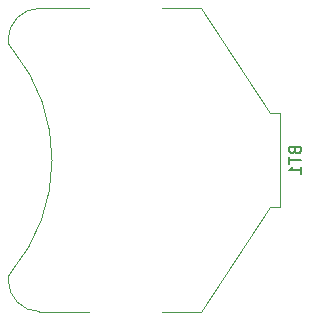
<source format=gbo>
G04 #@! TF.GenerationSoftware,KiCad,Pcbnew,(5.1.0)-1*
G04 #@! TF.CreationDate,2019-05-10T19:05:15+02:00*
G04 #@! TF.ProjectId,nrf24l01-node,6e726632-346c-4303-912d-6e6f64652e6b,rev?*
G04 #@! TF.SameCoordinates,Original*
G04 #@! TF.FileFunction,Legend,Bot*
G04 #@! TF.FilePolarity,Positive*
%FSLAX46Y46*%
G04 Gerber Fmt 4.6, Leading zero omitted, Abs format (unit mm)*
G04 Created by KiCad (PCBNEW (5.1.0)-1) date 2019-05-10 19:05:15*
%MOMM*%
%LPD*%
G04 APERTURE LIST*
%ADD10C,0.120000*%
%ADD11C,0.150000*%
G04 APERTURE END LIST*
D10*
X65111929Y-138809556D02*
G75*
G02X65020000Y-157800000I-11361929J-9440444D01*
G01*
X65078249Y-138771751D02*
G75*
G02X64800000Y-138100000I671751J671751D01*
G01*
X65078249Y-157728249D02*
G75*
G03X64800000Y-158400000I671751J-671751D01*
G01*
X67500000Y-161100000D02*
G75*
G02X64800000Y-158400000I0J2700000D01*
G01*
X67500000Y-135400000D02*
G75*
G03X64800000Y-138100000I0J-2700000D01*
G01*
X71650000Y-135400000D02*
X67450000Y-135400000D01*
X71650000Y-161100000D02*
X67450000Y-161100000D01*
X81150000Y-135400000D02*
X77850000Y-135400000D01*
X87000000Y-144300000D02*
X81150000Y-135400000D01*
X87800000Y-144300000D02*
X87000000Y-144300000D01*
X87800000Y-152200000D02*
X87800000Y-144300000D01*
X87800000Y-152200000D02*
X87000000Y-152200000D01*
X87000000Y-152200000D02*
X81150000Y-161100000D01*
X81150000Y-161100000D02*
X77850000Y-161100000D01*
D11*
X89078571Y-147464285D02*
X89126190Y-147607142D01*
X89173809Y-147654761D01*
X89269047Y-147702380D01*
X89411904Y-147702380D01*
X89507142Y-147654761D01*
X89554761Y-147607142D01*
X89602380Y-147511904D01*
X89602380Y-147130952D01*
X88602380Y-147130952D01*
X88602380Y-147464285D01*
X88650000Y-147559523D01*
X88697619Y-147607142D01*
X88792857Y-147654761D01*
X88888095Y-147654761D01*
X88983333Y-147607142D01*
X89030952Y-147559523D01*
X89078571Y-147464285D01*
X89078571Y-147130952D01*
X88602380Y-147988095D02*
X88602380Y-148559523D01*
X89602380Y-148273809D02*
X88602380Y-148273809D01*
X89602380Y-149416666D02*
X89602380Y-148845238D01*
X89602380Y-149130952D02*
X88602380Y-149130952D01*
X88745238Y-149035714D01*
X88840476Y-148940476D01*
X88888095Y-148845238D01*
M02*

</source>
